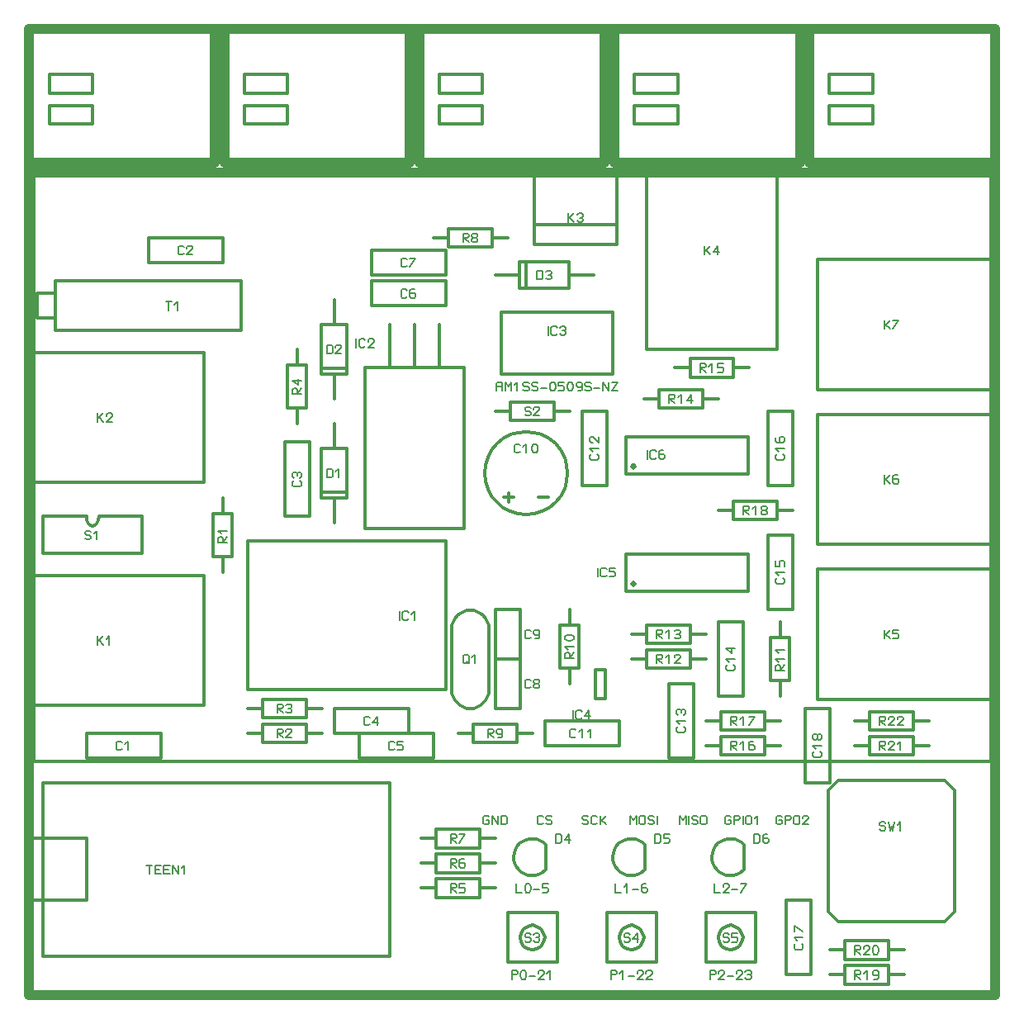
<source format=gto>
%FSLAX24Y24*%
%MOIN*%
%ADD10C,0.0060*%
%ADD11C,0.0139*%
%ADD12C,0.0394*%
D10*
G01X34702Y14571D02*
X34702Y14929D01*
X34702Y14690D02*
X34940Y14929D01*
X34762Y14750D02*
X34940Y14571D01*
X35060Y14929D02*
X35298Y14929D01*
X35060Y14929D02*
X35060Y14780D01*
X35238Y14780D01*
X35298Y14720D01*
X35298Y14631D01*
X35238Y14571D01*
X35060Y14571D01*
X6440Y30131D02*
X6381Y30071D01*
X6262Y30071D01*
X6202Y30131D01*
X6202Y30369D01*
X6262Y30429D01*
X6381Y30429D01*
X6440Y30369D01*
X6560Y30310D02*
X6560Y30369D01*
X6619Y30429D01*
X6738Y30429D01*
X6798Y30369D01*
X6798Y30310D01*
X6560Y30071D01*
X6798Y30071D01*
X20690Y29071D02*
X20690Y29429D01*
X20868Y29429D01*
X20928Y29369D01*
X20928Y29131D01*
X20868Y29071D01*
X20690Y29071D01*
X21047Y29369D02*
X21107Y29429D01*
X21226Y29429D01*
X21285Y29369D01*
X21285Y29310D01*
X21226Y29250D01*
X21136Y29250D01*
X21226Y29250D02*
X21285Y29190D01*
X21285Y29131D01*
X21226Y29071D01*
X21107Y29071D01*
X21047Y29131D01*
X22262Y10631D02*
X22202Y10571D01*
X22083Y10571D01*
X22024Y10631D01*
X22024Y10869D01*
X22083Y10929D01*
X22202Y10929D01*
X22262Y10869D01*
X22500Y10571D02*
X22500Y10929D01*
X22381Y10810D01*
X22857Y10571D02*
X22857Y10929D01*
X22738Y10810D01*
X30679Y13274D02*
X30321Y13274D01*
X30321Y13452D01*
X30381Y13512D01*
X30440Y13512D01*
X30500Y13452D01*
X30500Y13274D01*
X30679Y13512D01*
X30679Y13750D02*
X30321Y13750D01*
X30440Y13631D01*
X30679Y14107D02*
X30321Y14107D01*
X30440Y13988D01*
X21952Y31382D02*
X21952Y31740D01*
X21952Y31501D02*
X22190Y31740D01*
X22012Y31561D02*
X22190Y31382D01*
X22310Y31680D02*
X22369Y31740D01*
X22488Y31740D01*
X22548Y31680D01*
X22548Y31621D01*
X22488Y31561D01*
X22399Y31561D01*
X22488Y31561D02*
X22548Y31501D01*
X22548Y31442D01*
X22488Y31382D01*
X22369Y31382D01*
X22310Y31442D01*
X3940Y10131D02*
X3881Y10071D01*
X3762Y10071D01*
X3702Y10131D01*
X3702Y10369D01*
X3762Y10429D01*
X3881Y10429D01*
X3940Y10369D01*
X4179Y10071D02*
X4179Y10429D01*
X4060Y10310D01*
X28619Y13512D02*
X28679Y13452D01*
X28679Y13333D01*
X28619Y13274D01*
X28381Y13274D01*
X28321Y13333D01*
X28321Y13452D01*
X28381Y13512D01*
X28679Y13750D02*
X28321Y13750D01*
X28440Y13631D01*
X28679Y14167D02*
X28321Y14167D01*
X28560Y13988D01*
X28560Y14226D01*
X15440Y29631D02*
X15381Y29571D01*
X15262Y29571D01*
X15202Y29631D01*
X15202Y29869D01*
X15262Y29929D01*
X15381Y29929D01*
X15440Y29869D01*
X15560Y29929D02*
X15798Y29929D01*
X15560Y29571D01*
X13393Y26321D02*
X13393Y26679D01*
X13750Y26381D02*
X13690Y26321D01*
X13571Y26321D01*
X13512Y26381D01*
X13512Y26619D01*
X13571Y26679D01*
X13690Y26679D01*
X13750Y26619D01*
X13869Y26560D02*
X13869Y26619D01*
X13929Y26679D01*
X14048Y26679D01*
X14107Y26619D01*
X14107Y26560D01*
X13869Y26321D01*
X14107Y26321D01*
X30619Y22012D02*
X30679Y21952D01*
X30679Y21833D01*
X30619Y21774D01*
X30381Y21774D01*
X30321Y21833D01*
X30321Y21952D01*
X30381Y22012D01*
X30679Y22250D02*
X30321Y22250D01*
X30440Y22131D01*
X30321Y22667D02*
X30321Y22548D01*
X30381Y22488D01*
X30619Y22488D01*
X30679Y22548D01*
X30679Y22667D01*
X30619Y22726D01*
X30530Y22726D01*
X30470Y22667D01*
X30470Y22548D01*
X30530Y22488D01*
X11119Y20940D02*
X11179Y20881D01*
X11179Y20762D01*
X11119Y20702D01*
X10881Y20702D01*
X10821Y20762D01*
X10821Y20881D01*
X10881Y20940D01*
X10881Y21060D02*
X10821Y21119D01*
X10821Y21238D01*
X10881Y21298D01*
X10940Y21298D01*
X11000Y21238D01*
X11000Y21149D01*
X11000Y21238D02*
X11060Y21298D01*
X11119Y21298D01*
X11179Y21238D01*
X11179Y21119D01*
X11119Y21060D01*
X23119Y22012D02*
X23179Y21952D01*
X23179Y21833D01*
X23119Y21774D01*
X22881Y21774D01*
X22821Y21833D01*
X22821Y21952D01*
X22881Y22012D01*
X23179Y22250D02*
X22821Y22250D01*
X22940Y22131D01*
X22940Y22488D02*
X22881Y22488D01*
X22821Y22548D01*
X22821Y22667D01*
X22881Y22726D01*
X22940Y22726D01*
X23179Y22488D01*
X23179Y22726D01*
X30619Y17012D02*
X30679Y16952D01*
X30679Y16833D01*
X30619Y16774D01*
X30381Y16774D01*
X30321Y16833D01*
X30321Y16952D01*
X30381Y17012D01*
X30679Y17250D02*
X30321Y17250D01*
X30440Y17131D01*
X30321Y17488D02*
X30321Y17726D01*
X30321Y17488D02*
X30470Y17488D01*
X30470Y17667D01*
X30530Y17726D01*
X30619Y17726D01*
X30679Y17667D01*
X30679Y17488D01*
X34702Y20821D02*
X34702Y21179D01*
X34702Y20940D02*
X34940Y21179D01*
X34762Y21000D02*
X34940Y20821D01*
X35238Y21179D02*
X35119Y21179D01*
X35060Y21119D01*
X35060Y20881D01*
X35119Y20821D01*
X35238Y20821D01*
X35298Y20881D01*
X35298Y20970D01*
X35238Y21030D01*
X35119Y21030D01*
X35060Y20970D01*
X34702Y27071D02*
X34702Y27429D01*
X34702Y27190D02*
X34940Y27429D01*
X34762Y27250D02*
X34940Y27071D01*
X35060Y27429D02*
X35298Y27429D01*
X35060Y27071D01*
X27452Y30071D02*
X27452Y30429D01*
X27452Y30190D02*
X27690Y30429D01*
X27512Y30250D02*
X27690Y30071D01*
X27988Y30071D02*
X27988Y30429D01*
X27810Y30190D01*
X28048Y30190D01*
X27274Y25321D02*
X27274Y25679D01*
X27452Y25679D01*
X27512Y25619D01*
X27512Y25560D01*
X27452Y25500D01*
X27274Y25500D01*
X27512Y25321D01*
X27750Y25321D02*
X27750Y25679D01*
X27631Y25560D01*
X27988Y25679D02*
X28226Y25679D01*
X27988Y25679D02*
X27988Y25530D01*
X28167Y25530D01*
X28226Y25470D01*
X28226Y25381D01*
X28167Y25321D01*
X27988Y25321D01*
X26024Y24071D02*
X26024Y24429D01*
X26202Y24429D01*
X26262Y24369D01*
X26262Y24310D01*
X26202Y24250D01*
X26024Y24250D01*
X26262Y24071D01*
X26500Y24071D02*
X26500Y24429D01*
X26381Y24310D01*
X26917Y24071D02*
X26917Y24429D01*
X26738Y24190D01*
X26976Y24190D01*
X29024Y19571D02*
X29024Y19929D01*
X29202Y19929D01*
X29262Y19869D01*
X29262Y19810D01*
X29202Y19750D01*
X29024Y19750D01*
X29262Y19571D01*
X29500Y19571D02*
X29500Y19929D01*
X29381Y19810D01*
X29798Y19571D02*
X29738Y19631D01*
X29738Y19690D01*
X29798Y19750D01*
X29917Y19750D01*
X29976Y19810D01*
X29976Y19869D01*
X29917Y19929D01*
X29798Y19929D01*
X29738Y19869D01*
X29738Y19810D01*
X29798Y19750D01*
X29917Y19750D02*
X29976Y19690D01*
X29976Y19631D01*
X29917Y19571D01*
X29798Y19571D01*
X15440Y28381D02*
X15381Y28321D01*
X15262Y28321D01*
X15202Y28381D01*
X15202Y28619D01*
X15262Y28679D01*
X15381Y28679D01*
X15440Y28619D01*
X15738Y28679D02*
X15619Y28679D01*
X15560Y28619D01*
X15560Y28381D01*
X15619Y28321D01*
X15738Y28321D01*
X15798Y28381D01*
X15798Y28470D01*
X15738Y28530D01*
X15619Y28530D01*
X15560Y28470D01*
X23143Y17071D02*
X23143Y17429D01*
X23500Y17131D02*
X23440Y17071D01*
X23321Y17071D01*
X23262Y17131D01*
X23262Y17369D01*
X23321Y17429D01*
X23440Y17429D01*
X23500Y17369D01*
X23619Y17429D02*
X23857Y17429D01*
X23619Y17429D02*
X23619Y17280D01*
X23798Y17280D01*
X23857Y17220D01*
X23857Y17131D01*
X23798Y17071D01*
X23619Y17071D01*
X25143Y21821D02*
X25143Y22179D01*
X25500Y21881D02*
X25440Y21821D01*
X25321Y21821D01*
X25262Y21881D01*
X25262Y22119D01*
X25321Y22179D01*
X25440Y22179D01*
X25500Y22119D01*
X25798Y22179D02*
X25679Y22179D01*
X25619Y22119D01*
X25619Y21881D01*
X25679Y21821D01*
X25798Y21821D01*
X25857Y21881D01*
X25857Y21970D01*
X25798Y22030D01*
X25679Y22030D01*
X25619Y21970D01*
X5036Y5071D02*
X5036Y5429D01*
X4917Y5429D02*
X5155Y5429D01*
X5274Y5071D02*
X5274Y5429D01*
X5512Y5429D01*
X5452Y5250D02*
X5274Y5250D01*
X5274Y5071D02*
X5512Y5071D01*
X5631Y5071D02*
X5631Y5429D01*
X5869Y5429D01*
X5810Y5250D02*
X5631Y5250D01*
X5631Y5071D02*
X5869Y5071D01*
X5988Y5071D02*
X5988Y5429D01*
X6226Y5071D01*
X6226Y5429D01*
X6464Y5071D02*
X6464Y5429D01*
X6345Y5310D01*
X12202Y26071D02*
X12202Y26429D01*
X12381Y26429D01*
X12440Y26369D01*
X12440Y26131D01*
X12381Y26071D01*
X12202Y26071D01*
X12560Y26310D02*
X12560Y26369D01*
X12619Y26429D01*
X12738Y26429D01*
X12798Y26369D01*
X12798Y26310D01*
X12560Y26071D01*
X12798Y26071D01*
X12202Y21071D02*
X12202Y21429D01*
X12381Y21429D01*
X12440Y21369D01*
X12440Y21131D01*
X12381Y21071D01*
X12202Y21071D01*
X12679Y21071D02*
X12679Y21429D01*
X12560Y21310D01*
X11179Y24452D02*
X10821Y24452D01*
X10821Y24631D01*
X10881Y24690D01*
X10940Y24690D01*
X11000Y24631D01*
X11000Y24452D01*
X11179Y24690D01*
X11179Y24988D02*
X10821Y24988D01*
X11060Y24810D01*
X11060Y25048D01*
X5821Y27821D02*
X5821Y28179D01*
X5702Y28179D02*
X5940Y28179D01*
X6179Y27821D02*
X6179Y28179D01*
X6060Y28060D01*
X2952Y23321D02*
X2952Y23679D01*
X2952Y23440D02*
X3190Y23679D01*
X3012Y23500D02*
X3190Y23321D01*
X3310Y23560D02*
X3310Y23619D01*
X3369Y23679D01*
X3488Y23679D01*
X3548Y23619D01*
X3548Y23560D01*
X3310Y23321D01*
X3548Y23321D01*
X2952Y14321D02*
X2952Y14679D01*
X2952Y14440D02*
X3190Y14679D01*
X3012Y14500D02*
X3190Y14321D01*
X3429Y14321D02*
X3429Y14679D01*
X3310Y14560D01*
X17702Y30571D02*
X17702Y30929D01*
X17881Y30929D01*
X17940Y30869D01*
X17940Y30810D01*
X17881Y30750D01*
X17702Y30750D01*
X17940Y30571D01*
X18119Y30571D02*
X18060Y30631D01*
X18060Y30690D01*
X18119Y30750D01*
X18238Y30750D01*
X18298Y30810D01*
X18298Y30869D01*
X18238Y30929D01*
X18119Y30929D01*
X18060Y30869D01*
X18060Y30810D01*
X18119Y30750D01*
X18238Y30750D02*
X18298Y30690D01*
X18298Y30631D01*
X18238Y30571D01*
X18119Y30571D01*
X2452Y18631D02*
X2512Y18571D01*
X2631Y18571D01*
X2690Y18631D01*
X2690Y18690D01*
X2631Y18750D01*
X2512Y18750D01*
X2631Y18929D02*
X2690Y18869D01*
X2512Y18929D02*
X2631Y18929D01*
X2452Y18869D02*
X2512Y18929D01*
X2452Y18810D02*
X2452Y18869D01*
X2512Y18750D02*
X2452Y18810D01*
X2929Y18571D02*
X2929Y18929D01*
X2810Y18810D01*
X8179Y18452D02*
X7821Y18452D01*
X7821Y18631D01*
X7881Y18690D01*
X7940Y18690D01*
X8000Y18631D01*
X8000Y18452D01*
X8179Y18690D01*
X8179Y18929D02*
X7821Y18929D01*
X7940Y18810D01*
X15143Y15321D02*
X15143Y15679D01*
X15500Y15381D02*
X15440Y15321D01*
X15321Y15321D01*
X15262Y15381D01*
X15262Y15619D01*
X15321Y15679D01*
X15440Y15679D01*
X15500Y15619D01*
X15738Y15321D02*
X15738Y15679D01*
X15619Y15560D01*
X22143Y11321D02*
X22143Y11679D01*
X22500Y11381D02*
X22440Y11321D01*
X22321Y11321D01*
X22262Y11381D01*
X22262Y11619D01*
X22321Y11679D01*
X22440Y11679D01*
X22500Y11619D01*
X22798Y11321D02*
X22798Y11679D01*
X22619Y11440D01*
X22857Y11440D01*
X25524Y13571D02*
X25524Y13929D01*
X25702Y13929D01*
X25762Y13869D01*
X25762Y13810D01*
X25702Y13750D01*
X25524Y13750D01*
X25762Y13571D01*
X26000Y13571D02*
X26000Y13929D01*
X25881Y13810D01*
X26238Y13810D02*
X26238Y13869D01*
X26298Y13929D01*
X26417Y13929D01*
X26476Y13869D01*
X26476Y13810D01*
X26238Y13571D01*
X26476Y13571D01*
X25524Y14571D02*
X25524Y14929D01*
X25702Y14929D01*
X25762Y14869D01*
X25762Y14810D01*
X25702Y14750D01*
X25524Y14750D01*
X25762Y14571D01*
X26000Y14571D02*
X26000Y14929D01*
X25881Y14810D01*
X26238Y14869D02*
X26298Y14929D01*
X26417Y14929D01*
X26476Y14869D01*
X26476Y14810D01*
X26417Y14750D01*
X26327Y14750D01*
X26417Y14750D02*
X26476Y14690D01*
X26476Y14631D01*
X26417Y14571D01*
X26298Y14571D01*
X26238Y14631D01*
X20440Y12631D02*
X20381Y12571D01*
X20262Y12571D01*
X20202Y12631D01*
X20202Y12869D01*
X20262Y12929D01*
X20381Y12929D01*
X20440Y12869D01*
X20619Y12571D02*
X20560Y12631D01*
X20560Y12690D01*
X20619Y12750D01*
X20738Y12750D01*
X20798Y12810D01*
X20798Y12869D01*
X20738Y12929D01*
X20619Y12929D01*
X20560Y12869D01*
X20560Y12810D01*
X20619Y12750D01*
X20738Y12750D02*
X20798Y12690D01*
X20798Y12631D01*
X20738Y12571D01*
X20619Y12571D01*
X20440Y14631D02*
X20381Y14571D01*
X20262Y14571D01*
X20202Y14631D01*
X20202Y14869D01*
X20262Y14929D01*
X20381Y14929D01*
X20440Y14869D01*
X20619Y14571D02*
X20738Y14571D01*
X20798Y14631D01*
X20798Y14869D01*
X20738Y14929D01*
X20619Y14929D01*
X20560Y14869D01*
X20560Y14780D01*
X20619Y14720D01*
X20738Y14720D01*
X20798Y14780D01*
X17702Y13631D02*
X17702Y13869D01*
X17762Y13929D01*
X17881Y13929D01*
X17940Y13869D01*
X17940Y13631D01*
X17881Y13571D01*
X17762Y13571D01*
X17702Y13631D01*
X17851Y13661D02*
X17940Y13571D01*
X18179Y13571D02*
X18179Y13929D01*
X18060Y13810D01*
X14940Y10131D02*
X14881Y10071D01*
X14762Y10071D01*
X14702Y10131D01*
X14702Y10369D01*
X14762Y10429D01*
X14881Y10429D01*
X14940Y10369D01*
X15060Y10429D02*
X15298Y10429D01*
X15060Y10429D02*
X15060Y10280D01*
X15238Y10280D01*
X15298Y10220D01*
X15298Y10131D01*
X15238Y10071D01*
X15060Y10071D01*
X22179Y13774D02*
X21821Y13774D01*
X21821Y13952D01*
X21881Y14012D01*
X21940Y14012D01*
X22000Y13952D01*
X22000Y13774D01*
X22179Y14012D01*
X22179Y14250D02*
X21821Y14250D01*
X21940Y14131D01*
X22179Y14548D02*
X22060Y14488D01*
X21940Y14488D01*
X21821Y14548D01*
X21821Y14667D01*
X21940Y14726D01*
X22060Y14726D01*
X22179Y14667D01*
X22179Y14548D01*
X18702Y10571D02*
X18702Y10929D01*
X18881Y10929D01*
X18940Y10869D01*
X18940Y10810D01*
X18881Y10750D01*
X18702Y10750D01*
X18940Y10571D01*
X19119Y10571D02*
X19238Y10571D01*
X19298Y10631D01*
X19298Y10869D01*
X19238Y10929D01*
X19119Y10929D01*
X19060Y10869D01*
X19060Y10780D01*
X19119Y10720D01*
X19238Y10720D01*
X19298Y10780D01*
X10202Y10571D02*
X10202Y10929D01*
X10381Y10929D01*
X10440Y10869D01*
X10440Y10810D01*
X10381Y10750D01*
X10202Y10750D01*
X10440Y10571D01*
X10560Y10810D02*
X10560Y10869D01*
X10619Y10929D01*
X10738Y10929D01*
X10798Y10869D01*
X10798Y10810D01*
X10560Y10571D01*
X10798Y10571D01*
X10202Y11571D02*
X10202Y11929D01*
X10381Y11929D01*
X10440Y11869D01*
X10440Y11810D01*
X10381Y11750D01*
X10202Y11750D01*
X10440Y11571D01*
X10560Y11869D02*
X10619Y11929D01*
X10738Y11929D01*
X10798Y11869D01*
X10798Y11810D01*
X10738Y11750D01*
X10649Y11750D01*
X10738Y11750D02*
X10798Y11690D01*
X10798Y11631D01*
X10738Y11571D01*
X10619Y11571D01*
X10560Y11631D01*
X13940Y11131D02*
X13881Y11071D01*
X13762Y11071D01*
X13702Y11131D01*
X13702Y11369D01*
X13762Y11429D01*
X13881Y11429D01*
X13940Y11369D01*
X14238Y11071D02*
X14238Y11429D01*
X14060Y11190D01*
X14298Y11190D01*
X21143Y26821D02*
X21143Y27179D01*
X21500Y26881D02*
X21440Y26821D01*
X21321Y26821D01*
X21262Y26881D01*
X21262Y27119D01*
X21321Y27179D01*
X21440Y27179D01*
X21500Y27119D01*
X21619Y27119D02*
X21679Y27179D01*
X21798Y27179D01*
X21857Y27119D01*
X21857Y27060D01*
X21798Y27000D01*
X21708Y27000D01*
X21798Y27000D02*
X21857Y26940D01*
X21857Y26881D01*
X21798Y26821D01*
X21679Y26821D01*
X21619Y26881D01*
X20202Y23631D02*
X20262Y23571D01*
X20381Y23571D01*
X20440Y23631D01*
X20440Y23690D01*
X20381Y23750D01*
X20262Y23750D01*
X20381Y23929D02*
X20440Y23869D01*
X20262Y23929D02*
X20381Y23929D01*
X20202Y23869D02*
X20262Y23929D01*
X20202Y23810D02*
X20202Y23869D01*
X20262Y23750D02*
X20202Y23810D01*
X20560Y23810D02*
X20560Y23869D01*
X20619Y23929D01*
X20738Y23929D01*
X20798Y23869D01*
X20798Y23810D01*
X20560Y23571D01*
X20798Y23571D01*
X20012Y22131D02*
X19952Y22071D01*
X19833Y22071D01*
X19774Y22131D01*
X19774Y22369D01*
X19833Y22429D01*
X19952Y22429D01*
X20012Y22369D01*
X20250Y22071D02*
X20250Y22429D01*
X20131Y22310D01*
X20548Y22071D02*
X20488Y22190D01*
X20488Y22310D01*
X20548Y22429D01*
X20667Y22429D01*
X20726Y22310D01*
X20726Y22190D01*
X20667Y22071D01*
X20548Y22071D01*
X29452Y6321D02*
X29452Y6679D01*
X29631Y6679D01*
X29690Y6619D01*
X29690Y6381D01*
X29631Y6321D01*
X29452Y6321D01*
X29988Y6679D02*
X29869Y6679D01*
X29810Y6619D01*
X29810Y6381D01*
X29869Y6321D01*
X29988Y6321D01*
X30048Y6381D01*
X30048Y6470D01*
X29988Y6530D01*
X29869Y6530D01*
X29810Y6470D01*
X25452Y6321D02*
X25452Y6679D01*
X25631Y6679D01*
X25690Y6619D01*
X25690Y6381D01*
X25631Y6321D01*
X25452Y6321D01*
X25810Y6679D02*
X26048Y6679D01*
X25810Y6679D02*
X25810Y6530D01*
X25988Y6530D01*
X26048Y6470D01*
X26048Y6381D01*
X25988Y6321D01*
X25810Y6321D01*
X21452Y6321D02*
X21452Y6679D01*
X21631Y6679D01*
X21690Y6619D01*
X21690Y6381D01*
X21631Y6321D01*
X21452Y6321D01*
X21988Y6321D02*
X21988Y6679D01*
X21810Y6440D01*
X22048Y6440D01*
X17202Y5321D02*
X17202Y5679D01*
X17381Y5679D01*
X17440Y5619D01*
X17440Y5560D01*
X17381Y5500D01*
X17202Y5500D01*
X17440Y5321D01*
X17738Y5679D02*
X17619Y5679D01*
X17560Y5619D01*
X17560Y5381D01*
X17619Y5321D01*
X17738Y5321D01*
X17798Y5381D01*
X17798Y5470D01*
X17738Y5530D01*
X17619Y5530D01*
X17560Y5470D01*
X17202Y6321D02*
X17202Y6679D01*
X17381Y6679D01*
X17440Y6619D01*
X17440Y6560D01*
X17381Y6500D01*
X17202Y6500D01*
X17440Y6321D01*
X17560Y6679D02*
X17798Y6679D01*
X17560Y6321D01*
X17202Y4321D02*
X17202Y4679D01*
X17381Y4679D01*
X17440Y4619D01*
X17440Y4560D01*
X17381Y4500D01*
X17202Y4500D01*
X17440Y4321D01*
X17560Y4679D02*
X17798Y4679D01*
X17560Y4679D02*
X17560Y4530D01*
X17738Y4530D01*
X17798Y4470D01*
X17798Y4381D01*
X17738Y4321D01*
X17560Y4321D01*
X20202Y2381D02*
X20262Y2321D01*
X20381Y2321D01*
X20440Y2381D01*
X20440Y2440D01*
X20381Y2500D01*
X20262Y2500D01*
X20381Y2679D02*
X20440Y2619D01*
X20262Y2679D02*
X20381Y2679D01*
X20202Y2619D02*
X20262Y2679D01*
X20202Y2560D02*
X20202Y2619D01*
X20262Y2500D02*
X20202Y2560D01*
X20560Y2619D02*
X20619Y2679D01*
X20738Y2679D01*
X20798Y2619D01*
X20798Y2560D01*
X20738Y2500D01*
X20649Y2500D01*
X20738Y2500D02*
X20798Y2440D01*
X20798Y2381D01*
X20738Y2321D01*
X20619Y2321D01*
X20560Y2381D01*
X24202Y2381D02*
X24262Y2321D01*
X24381Y2321D01*
X24440Y2381D01*
X24440Y2440D01*
X24381Y2500D01*
X24262Y2500D01*
X24381Y2679D02*
X24440Y2619D01*
X24262Y2679D02*
X24381Y2679D01*
X24202Y2619D02*
X24262Y2679D01*
X24202Y2560D02*
X24202Y2619D01*
X24262Y2500D02*
X24202Y2560D01*
X24738Y2321D02*
X24738Y2679D01*
X24560Y2440D01*
X24798Y2440D01*
X28202Y2381D02*
X28262Y2321D01*
X28381Y2321D01*
X28440Y2381D01*
X28440Y2440D01*
X28381Y2500D01*
X28262Y2500D01*
X28381Y2679D02*
X28440Y2619D01*
X28262Y2679D02*
X28381Y2679D01*
X28202Y2619D02*
X28262Y2679D01*
X28202Y2560D02*
X28202Y2619D01*
X28262Y2500D02*
X28202Y2560D01*
X28560Y2679D02*
X28798Y2679D01*
X28560Y2679D02*
X28560Y2530D01*
X28738Y2530D01*
X28798Y2470D01*
X28798Y2381D01*
X28738Y2321D01*
X28560Y2321D01*
X34524Y6881D02*
X34583Y6821D01*
X34702Y6821D01*
X34762Y6881D01*
X34762Y6940D01*
X34702Y7000D01*
X34583Y7000D01*
X34702Y7179D02*
X34762Y7119D01*
X34583Y7179D02*
X34702Y7179D01*
X34524Y7119D02*
X34583Y7179D01*
X34524Y7060D02*
X34524Y7119D01*
X34583Y7000D02*
X34524Y7060D01*
X34881Y7179D02*
X34940Y6821D01*
X35000Y7000D01*
X35060Y6821D01*
X35119Y7179D01*
X35357Y6821D02*
X35357Y7179D01*
X35238Y7060D01*
X33524Y1821D02*
X33524Y2179D01*
X33702Y2179D01*
X33762Y2119D01*
X33762Y2060D01*
X33702Y2000D01*
X33524Y2000D01*
X33762Y1821D01*
X33881Y2060D02*
X33881Y2119D01*
X33940Y2179D01*
X34060Y2179D01*
X34119Y2119D01*
X34119Y2060D01*
X33881Y1821D01*
X34119Y1821D01*
X34298Y1821D02*
X34238Y1940D01*
X34238Y2060D01*
X34298Y2179D01*
X34417Y2179D01*
X34476Y2060D01*
X34476Y1940D01*
X34417Y1821D01*
X34298Y1821D01*
X33524Y821D02*
X33524Y1179D01*
X33702Y1179D01*
X33762Y1119D01*
X33762Y1060D01*
X33702Y1000D01*
X33524Y1000D01*
X33762Y821D01*
X34000Y821D02*
X34000Y1179D01*
X33881Y1060D01*
X34298Y821D02*
X34417Y821D01*
X34476Y881D01*
X34476Y1119D01*
X34417Y1179D01*
X34298Y1179D01*
X34238Y1119D01*
X34238Y1030D01*
X34298Y970D01*
X34417Y970D01*
X34476Y1030D01*
X31369Y2262D02*
X31429Y2202D01*
X31429Y2083D01*
X31369Y2024D01*
X31131Y2024D01*
X31071Y2083D01*
X31071Y2202D01*
X31131Y2262D01*
X31429Y2500D02*
X31071Y2500D01*
X31190Y2381D01*
X31071Y2738D02*
X31071Y2976D01*
X31429Y2738D01*
X34524Y11071D02*
X34524Y11429D01*
X34702Y11429D01*
X34762Y11369D01*
X34762Y11310D01*
X34702Y11250D01*
X34524Y11250D01*
X34762Y11071D01*
X34881Y11310D02*
X34881Y11369D01*
X34940Y11429D01*
X35060Y11429D01*
X35119Y11369D01*
X35119Y11310D01*
X34881Y11071D01*
X35119Y11071D01*
X35238Y11310D02*
X35238Y11369D01*
X35298Y11429D01*
X35417Y11429D01*
X35476Y11369D01*
X35476Y11310D01*
X35238Y11071D01*
X35476Y11071D01*
X34524Y10071D02*
X34524Y10429D01*
X34702Y10429D01*
X34762Y10369D01*
X34762Y10310D01*
X34702Y10250D01*
X34524Y10250D01*
X34762Y10071D01*
X34881Y10310D02*
X34881Y10369D01*
X34940Y10429D01*
X35060Y10429D01*
X35119Y10369D01*
X35119Y10310D01*
X34881Y10071D01*
X35119Y10071D01*
X35357Y10071D02*
X35357Y10429D01*
X35238Y10310D01*
X32119Y10012D02*
X32179Y9952D01*
X32179Y9833D01*
X32119Y9774D01*
X31881Y9774D01*
X31821Y9833D01*
X31821Y9952D01*
X31881Y10012D01*
X32179Y10250D02*
X31821Y10250D01*
X31940Y10131D01*
X32179Y10548D02*
X32119Y10488D01*
X32060Y10488D01*
X32000Y10548D01*
X32000Y10667D01*
X31940Y10726D01*
X31881Y10726D01*
X31821Y10667D01*
X31821Y10548D01*
X31881Y10488D01*
X31940Y10488D01*
X32000Y10548D01*
X32000Y10667D02*
X32060Y10726D01*
X32119Y10726D01*
X32179Y10667D01*
X32179Y10548D01*
X28524Y10071D02*
X28524Y10429D01*
X28702Y10429D01*
X28762Y10369D01*
X28762Y10310D01*
X28702Y10250D01*
X28524Y10250D01*
X28762Y10071D01*
X29000Y10071D02*
X29000Y10429D01*
X28881Y10310D01*
X29417Y10429D02*
X29298Y10429D01*
X29238Y10369D01*
X29238Y10131D01*
X29298Y10071D01*
X29417Y10071D01*
X29476Y10131D01*
X29476Y10220D01*
X29417Y10280D01*
X29298Y10280D01*
X29238Y10220D01*
X28524Y11071D02*
X28524Y11429D01*
X28702Y11429D01*
X28762Y11369D01*
X28762Y11310D01*
X28702Y11250D01*
X28524Y11250D01*
X28762Y11071D01*
X29000Y11071D02*
X29000Y11429D01*
X28881Y11310D01*
X29238Y11429D02*
X29476Y11429D01*
X29238Y11071D01*
X26619Y11012D02*
X26679Y10952D01*
X26679Y10833D01*
X26619Y10774D01*
X26381Y10774D01*
X26321Y10833D01*
X26321Y10952D01*
X26381Y11012D01*
X26679Y11250D02*
X26321Y11250D01*
X26440Y11131D01*
X26381Y11488D02*
X26321Y11548D01*
X26321Y11667D01*
X26381Y11726D01*
X26440Y11726D01*
X26500Y11667D01*
X26500Y11577D01*
X26500Y11667D02*
X26560Y11726D01*
X26619Y11726D01*
X26679Y11667D01*
X26679Y11548D01*
X26619Y11488D01*
X30464Y7250D02*
X30583Y7250D01*
X30583Y7131D01*
X30524Y7071D01*
X30405Y7071D01*
X30345Y7131D01*
X30345Y7369D01*
X30405Y7429D01*
X30524Y7429D01*
X30583Y7369D01*
X30702Y7071D02*
X30702Y7429D01*
X30881Y7429D01*
X30940Y7369D01*
X30940Y7310D01*
X30881Y7250D01*
X30702Y7250D01*
X31060Y7131D02*
X31060Y7369D01*
X31119Y7429D01*
X31238Y7429D01*
X31298Y7369D01*
X31298Y7131D01*
X31238Y7071D01*
X31119Y7071D01*
X31060Y7131D01*
X31417Y7310D02*
X31417Y7369D01*
X31476Y7429D01*
X31595Y7429D01*
X31655Y7369D01*
X31655Y7310D01*
X31417Y7071D01*
X31655Y7071D01*
X18643Y7250D02*
X18762Y7250D01*
X18762Y7131D01*
X18702Y7071D01*
X18583Y7071D01*
X18524Y7131D01*
X18524Y7369D01*
X18583Y7429D01*
X18702Y7429D01*
X18762Y7369D01*
X18881Y7071D02*
X18881Y7429D01*
X19119Y7071D01*
X19119Y7429D01*
X19238Y7071D02*
X19238Y7429D01*
X19417Y7429D01*
X19476Y7369D01*
X19476Y7131D01*
X19417Y7071D01*
X19238Y7071D01*
X28405Y7250D02*
X28524Y7250D01*
X28524Y7131D01*
X28464Y7071D01*
X28345Y7071D01*
X28286Y7131D01*
X28286Y7369D01*
X28345Y7429D01*
X28464Y7429D01*
X28524Y7369D01*
X28643Y7071D02*
X28643Y7429D01*
X28821Y7429D01*
X28881Y7369D01*
X28881Y7310D01*
X28821Y7250D01*
X28643Y7250D01*
X29000Y7071D02*
X29000Y7429D01*
X29119Y7131D02*
X29119Y7369D01*
X29179Y7429D01*
X29298Y7429D01*
X29357Y7369D01*
X29357Y7131D01*
X29298Y7071D01*
X29179Y7071D01*
X29119Y7131D01*
X29595Y7071D02*
X29595Y7429D01*
X29476Y7310D01*
X19060Y24571D02*
X19060Y24869D01*
X19119Y24929D01*
X19238Y24929D01*
X19298Y24869D01*
X19298Y24571D01*
X19060Y24750D02*
X19298Y24750D01*
X19417Y24571D02*
X19417Y24929D01*
X19536Y24750D01*
X19655Y24929D01*
X19655Y24571D01*
X19893Y24571D02*
X19893Y24929D01*
X19774Y24810D01*
X20131Y24631D02*
X20190Y24571D01*
X20310Y24571D01*
X20369Y24631D01*
X20369Y24690D01*
X20310Y24750D01*
X20190Y24750D01*
X20310Y24929D02*
X20369Y24869D01*
X20190Y24929D02*
X20310Y24929D01*
X20131Y24869D02*
X20190Y24929D01*
X20131Y24810D02*
X20131Y24869D01*
X20190Y24750D02*
X20131Y24810D01*
X20488Y24631D02*
X20548Y24571D01*
X20667Y24571D01*
X20726Y24631D01*
X20726Y24690D01*
X20667Y24750D01*
X20548Y24750D01*
X20667Y24929D02*
X20726Y24869D01*
X20548Y24929D02*
X20667Y24929D01*
X20488Y24869D02*
X20548Y24929D01*
X20488Y24810D02*
X20488Y24869D01*
X20548Y24750D02*
X20488Y24810D01*
X20845Y24690D02*
X21083Y24690D01*
X21262Y24571D02*
X21202Y24690D01*
X21202Y24810D01*
X21262Y24929D01*
X21381Y24929D01*
X21440Y24810D01*
X21440Y24690D01*
X21381Y24571D01*
X21262Y24571D01*
X21560Y24929D02*
X21798Y24929D01*
X21560Y24929D02*
X21560Y24780D01*
X21738Y24780D01*
X21798Y24720D01*
X21798Y24631D01*
X21738Y24571D01*
X21560Y24571D01*
X21976Y24571D02*
X21917Y24690D01*
X21917Y24810D01*
X21976Y24929D01*
X22095Y24929D01*
X22155Y24810D01*
X22155Y24690D01*
X22095Y24571D01*
X21976Y24571D01*
X22333Y24571D02*
X22452Y24571D01*
X22512Y24631D01*
X22512Y24869D01*
X22452Y24929D01*
X22333Y24929D01*
X22274Y24869D01*
X22274Y24780D01*
X22333Y24720D01*
X22452Y24720D01*
X22512Y24780D01*
X22631Y24631D02*
X22690Y24571D01*
X22810Y24571D01*
X22869Y24631D01*
X22869Y24690D01*
X22810Y24750D01*
X22690Y24750D01*
X22810Y24929D02*
X22869Y24869D01*
X22690Y24929D02*
X22810Y24929D01*
X22631Y24869D02*
X22690Y24929D01*
X22631Y24810D02*
X22631Y24869D01*
X22690Y24750D02*
X22631Y24810D01*
X22988Y24690D02*
X23226Y24690D01*
X23345Y24571D02*
X23345Y24929D01*
X23583Y24571D01*
X23583Y24929D01*
X23702Y24929D02*
X23940Y24929D01*
X23702Y24571D01*
X23940Y24571D01*
X27845Y4679D02*
X27845Y4321D01*
X28083Y4321D01*
X28202Y4560D02*
X28202Y4619D01*
X28262Y4679D01*
X28381Y4679D01*
X28440Y4619D01*
X28440Y4560D01*
X28202Y4321D01*
X28440Y4321D01*
X28560Y4440D02*
X28798Y4440D01*
X28917Y4679D02*
X29155Y4679D01*
X28917Y4321D01*
X23845Y4679D02*
X23845Y4321D01*
X24083Y4321D01*
X24321Y4321D02*
X24321Y4679D01*
X24202Y4560D01*
X24560Y4440D02*
X24798Y4440D01*
X25095Y4679D02*
X24976Y4679D01*
X24917Y4619D01*
X24917Y4381D01*
X24976Y4321D01*
X25095Y4321D01*
X25155Y4381D01*
X25155Y4470D01*
X25095Y4530D01*
X24976Y4530D01*
X24917Y4470D01*
X19845Y4679D02*
X19845Y4321D01*
X20083Y4321D01*
X20262Y4321D02*
X20202Y4440D01*
X20202Y4560D01*
X20262Y4679D01*
X20381Y4679D01*
X20440Y4560D01*
X20440Y4440D01*
X20381Y4321D01*
X20262Y4321D01*
X20560Y4440D02*
X20798Y4440D01*
X20917Y4679D02*
X21155Y4679D01*
X20917Y4679D02*
X20917Y4530D01*
X21095Y4530D01*
X21155Y4470D01*
X21155Y4381D01*
X21095Y4321D01*
X20917Y4321D01*
X19667Y821D02*
X19667Y1179D01*
X19845Y1179D01*
X19905Y1119D01*
X19905Y1060D01*
X19845Y1000D01*
X19667Y1000D01*
X20083Y821D02*
X20024Y940D01*
X20024Y1060D01*
X20083Y1179D01*
X20202Y1179D01*
X20262Y1060D01*
X20262Y940D01*
X20202Y821D01*
X20083Y821D01*
X20381Y940D02*
X20619Y940D01*
X20738Y1060D02*
X20738Y1119D01*
X20798Y1179D01*
X20917Y1179D01*
X20976Y1119D01*
X20976Y1060D01*
X20738Y821D01*
X20976Y821D01*
X21214Y821D02*
X21214Y1179D01*
X21095Y1060D01*
X23667Y821D02*
X23667Y1179D01*
X23845Y1179D01*
X23905Y1119D01*
X23905Y1060D01*
X23845Y1000D01*
X23667Y1000D01*
X24143Y821D02*
X24143Y1179D01*
X24024Y1060D01*
X24381Y940D02*
X24619Y940D01*
X24738Y1060D02*
X24738Y1119D01*
X24798Y1179D01*
X24917Y1179D01*
X24976Y1119D01*
X24976Y1060D01*
X24738Y821D01*
X24976Y821D01*
X25095Y1060D02*
X25095Y1119D01*
X25155Y1179D01*
X25274Y1179D01*
X25333Y1119D01*
X25333Y1060D01*
X25095Y821D01*
X25333Y821D01*
X27667Y821D02*
X27667Y1179D01*
X27845Y1179D01*
X27905Y1119D01*
X27905Y1060D01*
X27845Y1000D01*
X27667Y1000D01*
X28024Y1060D02*
X28024Y1119D01*
X28083Y1179D01*
X28202Y1179D01*
X28262Y1119D01*
X28262Y1060D01*
X28024Y821D01*
X28262Y821D01*
X28381Y940D02*
X28619Y940D01*
X28738Y1060D02*
X28738Y1119D01*
X28798Y1179D01*
X28917Y1179D01*
X28976Y1119D01*
X28976Y1060D01*
X28738Y821D01*
X28976Y821D01*
X29095Y1119D02*
X29155Y1179D01*
X29274Y1179D01*
X29333Y1119D01*
X29333Y1060D01*
X29274Y1000D01*
X29185Y1000D01*
X29274Y1000D02*
X29333Y940D01*
X29333Y881D01*
X29274Y821D01*
X29155Y821D01*
X29095Y881D01*
X20940Y7131D02*
X20881Y7071D01*
X20762Y7071D01*
X20702Y7131D01*
X20702Y7369D01*
X20762Y7429D01*
X20881Y7429D01*
X20940Y7369D01*
X21060Y7131D02*
X21119Y7071D01*
X21238Y7071D01*
X21298Y7131D01*
X21298Y7190D01*
X21238Y7250D01*
X21119Y7250D01*
X21238Y7429D02*
X21298Y7369D01*
X21119Y7429D02*
X21238Y7429D01*
X21060Y7369D02*
X21119Y7429D01*
X21060Y7310D02*
X21060Y7369D01*
X21119Y7250D02*
X21060Y7310D01*
X26464Y7071D02*
X26464Y7429D01*
X26583Y7250D01*
X26702Y7429D01*
X26702Y7071D01*
X26821Y7071D02*
X26821Y7429D01*
X26940Y7131D02*
X27000Y7071D01*
X27119Y7071D01*
X27179Y7131D01*
X27179Y7190D01*
X27119Y7250D01*
X27000Y7250D01*
X27119Y7429D02*
X27179Y7369D01*
X27000Y7429D02*
X27119Y7429D01*
X26940Y7369D02*
X27000Y7429D01*
X26940Y7310D02*
X26940Y7369D01*
X27000Y7250D02*
X26940Y7310D01*
X27298Y7131D02*
X27298Y7369D01*
X27357Y7429D01*
X27476Y7429D01*
X27536Y7369D01*
X27536Y7131D01*
X27476Y7071D01*
X27357Y7071D01*
X27298Y7131D01*
X24464Y7071D02*
X24464Y7429D01*
X24583Y7250D01*
X24702Y7429D01*
X24702Y7071D01*
X24821Y7131D02*
X24821Y7369D01*
X24881Y7429D01*
X25000Y7429D01*
X25060Y7369D01*
X25060Y7131D01*
X25000Y7071D01*
X24881Y7071D01*
X24821Y7131D01*
X25179Y7131D02*
X25238Y7071D01*
X25357Y7071D01*
X25417Y7131D01*
X25417Y7190D01*
X25357Y7250D01*
X25238Y7250D01*
X25357Y7429D02*
X25417Y7369D01*
X25238Y7429D02*
X25357Y7429D01*
X25179Y7369D02*
X25238Y7429D01*
X25179Y7310D02*
X25179Y7369D01*
X25238Y7250D02*
X25179Y7310D01*
X25536Y7071D02*
X25536Y7429D01*
X22524Y7131D02*
X22583Y7071D01*
X22702Y7071D01*
X22762Y7131D01*
X22762Y7190D01*
X22702Y7250D01*
X22583Y7250D01*
X22702Y7429D02*
X22762Y7369D01*
X22583Y7429D02*
X22702Y7429D01*
X22524Y7369D02*
X22583Y7429D01*
X22524Y7310D02*
X22524Y7369D01*
X22583Y7250D02*
X22524Y7310D01*
X23119Y7131D02*
X23060Y7071D01*
X22940Y7071D01*
X22881Y7131D01*
X22881Y7369D01*
X22940Y7429D01*
X23060Y7429D01*
X23119Y7369D01*
X23238Y7071D02*
X23238Y7429D01*
X23238Y7190D02*
X23476Y7429D01*
X23298Y7250D02*
X23476Y7071D01*
D11*
G01X39125Y17375D02*
X32000Y17375D01*
X39125Y12125D02*
X32000Y12125D01*
X32000Y17375D02*
X32000Y12125D01*
X39125Y17375D02*
X39125Y12125D01*
X5000Y30750D02*
X8000Y30750D01*
X5000Y29750D02*
X8000Y29750D01*
X8000Y30750D02*
X8000Y29750D01*
X5000Y30750D02*
X5000Y29750D01*
X22987Y29250D02*
X21987Y29250D01*
X21987Y28725D02*
X21987Y29775D01*
X19012Y29250D02*
X19987Y29250D01*
X19987Y28725D02*
X19987Y29775D01*
X21987Y28725D02*
X19987Y28725D01*
X21987Y29775D02*
X19987Y29775D01*
X20237Y28725D02*
X20237Y29775D01*
X24000Y10250D02*
X21000Y10250D01*
X24000Y11250D02*
X21000Y11250D01*
X21000Y10250D02*
X21000Y11250D01*
X24000Y10250D02*
X24000Y11250D01*
X30875Y12875D02*
X30875Y14625D01*
X30500Y12250D02*
X30500Y12875D01*
X30125Y12875D02*
X30875Y12875D01*
X30125Y12875D02*
X30125Y14625D01*
X30875Y14625D01*
X30500Y15250D02*
X30500Y14625D01*
X20577Y33234D02*
X23923Y33234D01*
X20577Y31266D02*
X23923Y31266D01*
X20577Y33234D02*
X20577Y30478D01*
X23923Y33234D02*
X23923Y30478D01*
X20577Y30478D02*
X23923Y30478D01*
X2500Y10750D02*
X5500Y10750D01*
X2500Y9750D02*
X5500Y9750D01*
X5500Y10750D02*
X5500Y9750D01*
X2500Y10750D02*
X2500Y9750D01*
X28000Y12250D02*
X28000Y15250D01*
X29000Y12250D02*
X29000Y15250D01*
X28000Y15250D02*
X29000Y15250D01*
X28000Y12250D02*
X29000Y12250D01*
X14000Y30250D02*
X17000Y30250D01*
X14000Y29250D02*
X17000Y29250D01*
X17000Y30250D02*
X17000Y29250D01*
X14000Y30250D02*
X14000Y29250D01*
X16750Y25500D02*
X16750Y27250D01*
X15750Y25500D02*
X15750Y27250D01*
X14750Y25500D02*
X14750Y27250D01*
X17750Y19000D02*
X17750Y25500D01*
X13750Y19000D02*
X13750Y25500D01*
X17750Y19000D02*
X13750Y19000D01*
X17750Y25500D02*
X13750Y25500D01*
X31000Y23750D02*
X31000Y20750D01*
X30000Y23750D02*
X30000Y20750D01*
X31000Y20750D02*
X30000Y20750D01*
X31000Y23750D02*
X30000Y23750D01*
X11500Y22500D02*
X11500Y19500D01*
X10500Y22500D02*
X10500Y19500D01*
X11500Y19500D02*
X10500Y19500D01*
X11500Y22500D02*
X10500Y22500D01*
X23500Y23750D02*
X23500Y20750D01*
X22500Y23750D02*
X22500Y20750D01*
X23500Y20750D02*
X22500Y20750D01*
X23500Y23750D02*
X22500Y23750D01*
X31000Y18750D02*
X31000Y15750D01*
X30000Y18750D02*
X30000Y15750D01*
X31000Y15750D02*
X30000Y15750D01*
X31000Y18750D02*
X30000Y18750D01*
X39125Y23625D02*
X32000Y23625D01*
X39125Y18375D02*
X32000Y18375D01*
X32000Y23625D02*
X32000Y18375D01*
X39125Y23625D02*
X39125Y18375D01*
X39125Y29875D02*
X32000Y29875D01*
X39125Y24625D02*
X32000Y24625D01*
X32000Y29875D02*
X32000Y24625D01*
X39125Y29875D02*
X39125Y24625D01*
X25125Y33375D02*
X25125Y26250D01*
X30375Y33375D02*
X30375Y26250D01*
X25125Y26250D02*
X30375Y26250D01*
X25125Y33375D02*
X30375Y33375D01*
X26875Y25125D02*
X28625Y25125D01*
X26250Y25500D02*
X26875Y25500D01*
X26875Y25875D02*
X26875Y25125D01*
X26875Y25875D02*
X28625Y25875D01*
X28625Y25125D01*
X29250Y25500D02*
X28625Y25500D01*
X27375Y24625D02*
X25625Y24625D01*
X28000Y24250D02*
X27375Y24250D01*
X27375Y23875D02*
X27375Y24625D01*
X27375Y23875D02*
X25625Y23875D01*
X25625Y24625D01*
X25000Y24250D02*
X25625Y24250D01*
X28625Y19375D02*
X30375Y19375D01*
X28000Y19750D02*
X28625Y19750D01*
X28625Y20125D02*
X28625Y19375D01*
X28625Y20125D02*
X30375Y20125D01*
X30375Y19375D01*
X31000Y19750D02*
X30375Y19750D01*
X14000Y29000D02*
X17000Y29000D01*
X14000Y28000D02*
X17000Y28000D01*
X17000Y29000D02*
X17000Y28000D01*
X14000Y29000D02*
X14000Y28000D01*
X24283Y16482D02*
X24283Y17982D01*
X24623Y16733D02*
X24641Y16778D01*
X24623Y16822D01*
X24579Y16840D01*
X24535Y16822D01*
X24516Y16778D01*
X24535Y16733D01*
X24579Y16715D01*
X24623Y16733D01*
X29216Y16482D02*
X29216Y17982D01*
X24283Y16482D02*
X29216Y16482D01*
X24283Y17982D02*
X29216Y17982D01*
X24283Y21232D02*
X24283Y22732D01*
X24623Y21483D02*
X24641Y21528D01*
X24623Y21572D01*
X24579Y21590D01*
X24535Y21572D01*
X24516Y21528D01*
X24535Y21483D01*
X24579Y21465D01*
X24623Y21483D01*
X29216Y21232D02*
X29216Y22732D01*
X24283Y21232D02*
X29216Y21232D01*
X24283Y22732D02*
X29216Y22732D01*
X750Y8750D02*
X14750Y8750D01*
X14750Y1750D02*
X14750Y8750D01*
X750Y1750D02*
X14750Y1750D01*
X750Y1750D02*
X750Y8750D01*
X2500Y6500D02*
X250Y6500D01*
X2500Y4000D02*
X250Y4000D01*
X2500Y4000D02*
X2500Y6500D01*
X250Y4000D02*
X250Y6500D01*
X12500Y28237D02*
X12500Y27237D01*
X13025Y27237D02*
X11975Y27237D01*
X12500Y24262D02*
X12500Y25237D01*
X13025Y25237D02*
X11975Y25237D01*
X13025Y27237D02*
X13025Y25237D01*
X11975Y27237D02*
X11975Y25237D01*
X13025Y25487D02*
X11975Y25487D01*
X12500Y23237D02*
X12500Y22237D01*
X13025Y22237D02*
X11975Y22237D01*
X12500Y19262D02*
X12500Y20237D01*
X13025Y20237D02*
X11975Y20237D01*
X13025Y22237D02*
X13025Y20237D01*
X11975Y22237D02*
X11975Y20237D01*
X13025Y20487D02*
X11975Y20487D01*
X11375Y23875D02*
X11375Y25625D01*
X11000Y23250D02*
X11000Y23875D01*
X10625Y23875D02*
X11375Y23875D01*
X10625Y23875D02*
X10625Y25625D01*
X11375Y25625D01*
X11000Y26250D02*
X11000Y25625D01*
X39000Y33250D02*
X39000Y9625D01*
X375Y33250D02*
X375Y9625D01*
X375Y33250D02*
X39000Y33250D01*
X375Y9625D02*
X39000Y9625D01*
X8750Y27000D02*
X1250Y27000D01*
X8750Y27000D02*
X8750Y29000D01*
X1250Y29000D01*
X1250Y27000D02*
X1250Y29000D01*
X1250Y27500D02*
X500Y27500D01*
X1250Y28500D02*
X500Y28500D01*
X500Y27500D02*
X500Y28500D01*
X125Y20875D02*
X7250Y20875D01*
X125Y26125D02*
X7250Y26125D01*
X7250Y20875D02*
X7250Y26125D01*
X125Y20875D02*
X125Y26125D01*
X125Y11875D02*
X7250Y11875D01*
X125Y17125D02*
X7250Y17125D01*
X7250Y11875D02*
X7250Y17125D01*
X125Y11875D02*
X125Y17125D01*
X18875Y31125D02*
X17125Y31125D01*
X19500Y30750D02*
X18875Y30750D01*
X18875Y30375D02*
X18875Y31125D01*
X18875Y30375D02*
X17125Y30375D01*
X17125Y31125D01*
X16500Y30750D02*
X17125Y30750D01*
X3000Y19500D02*
X2979Y19336D01*
X2922Y19219D01*
X2842Y19148D01*
X2750Y19125D01*
X2658Y19148D01*
X2578Y19219D01*
X2521Y19336D01*
X2500Y19500D01*
X3000Y19500D02*
X4750Y19500D01*
X2500Y19500D02*
X750Y19500D01*
X4750Y19500D02*
X4750Y18000D01*
X750Y18000D01*
X750Y19500D01*
X7625Y19625D02*
X7625Y17875D01*
X8000Y20250D02*
X8000Y19625D01*
X8375Y19625D02*
X7625Y19625D01*
X8375Y19625D02*
X8375Y17875D01*
X7625Y17875D01*
X8000Y17250D02*
X8000Y17875D01*
X17000Y12500D02*
X9000Y12500D01*
X17000Y12500D02*
X17000Y18500D01*
X9000Y12500D02*
X9000Y18500D01*
X17000Y18500D02*
X9000Y18500D01*
X23435Y12170D02*
X23435Y13310D01*
X23435Y13320D02*
X23065Y13320D01*
X23435Y12160D02*
X23065Y12160D01*
X23065Y12170D02*
X23065Y13320D01*
X25125Y13375D02*
X26875Y13375D01*
X24500Y13750D02*
X25125Y13750D01*
X25125Y14125D02*
X25125Y13375D01*
X25125Y14125D02*
X26875Y14125D01*
X26875Y13375D01*
X27500Y13750D02*
X26875Y13750D01*
X26875Y15125D02*
X25125Y15125D01*
X27500Y14750D02*
X26875Y14750D01*
X26875Y14375D02*
X26875Y15125D01*
X26875Y14375D02*
X25125Y14375D01*
X25125Y15125D01*
X24500Y14750D02*
X25125Y14750D01*
X20000Y13750D02*
X20000Y11750D01*
X20000Y13750D02*
X19000Y13750D01*
X20000Y11750D02*
X19000Y11750D01*
X19000Y13750D02*
X19000Y11750D01*
X19000Y13750D02*
X19000Y15750D01*
X19000Y13750D02*
X20000Y13750D01*
X19000Y15750D02*
X20000Y15750D01*
X20000Y13750D02*
X20000Y15750D01*
X17250Y12500D02*
X17265Y12349D01*
X17309Y12208D01*
X17378Y12081D01*
X17470Y11970D01*
X17581Y11878D01*
X17708Y11809D01*
X17849Y11765D01*
X18000Y11750D01*
X18151Y11765D01*
X18292Y11809D01*
X18419Y11878D01*
X18530Y11970D01*
X18622Y12081D01*
X18691Y12208D01*
X18735Y12349D01*
X18750Y12500D01*
X18750Y14972D02*
X18735Y15123D01*
X18691Y15264D01*
X18622Y15392D01*
X18530Y15503D01*
X18419Y15594D01*
X18292Y15663D01*
X18151Y15707D01*
X18000Y15722D01*
X17849Y15707D01*
X17708Y15663D01*
X17581Y15594D01*
X17470Y15503D01*
X17378Y15392D01*
X17309Y15264D01*
X17265Y15123D01*
X17250Y14972D01*
X18750Y15000D02*
X18750Y12500D01*
X17250Y15000D02*
X17250Y12500D01*
X16500Y9750D02*
X13500Y9750D01*
X16500Y10750D02*
X13500Y10750D01*
X13500Y9750D02*
X13500Y10750D01*
X16500Y9750D02*
X16500Y10750D01*
X21625Y15125D02*
X21625Y13375D01*
X22000Y15750D02*
X22000Y15125D01*
X22375Y15125D02*
X21625Y15125D01*
X22375Y15125D02*
X22375Y13375D01*
X21625Y13375D01*
X22000Y12750D02*
X22000Y13375D01*
X18125Y10375D02*
X19875Y10375D01*
X17500Y10750D02*
X18125Y10750D01*
X18125Y11125D02*
X18125Y10375D01*
X18125Y11125D02*
X19875Y11125D01*
X19875Y10375D01*
X20500Y10750D02*
X19875Y10750D01*
X11375Y11125D02*
X9625Y11125D01*
X12000Y10750D02*
X11375Y10750D01*
X11375Y10375D02*
X11375Y11125D01*
X11375Y10375D02*
X9625Y10375D01*
X9625Y11125D01*
X9000Y10750D02*
X9625Y10750D01*
X9625Y11375D02*
X11375Y11375D01*
X9000Y11750D02*
X9625Y11750D01*
X9625Y12125D02*
X9625Y11375D01*
X9625Y12125D02*
X11375Y12125D01*
X11375Y11375D01*
X12000Y11750D02*
X11375Y11750D01*
X12500Y11750D02*
X15500Y11750D01*
X12500Y10750D02*
X15500Y10750D01*
X15500Y11750D02*
X15500Y10750D01*
X12500Y11750D02*
X12500Y10750D01*
X19250Y27750D02*
X23750Y27750D01*
X19250Y25250D02*
X23750Y25250D01*
X23750Y27750D02*
X23750Y25250D01*
X19250Y27750D02*
X19250Y25250D01*
X19625Y23375D02*
X21375Y23375D01*
X19000Y23750D02*
X19625Y23750D01*
X19625Y24125D02*
X19625Y23375D01*
X19625Y24125D02*
X21375Y24125D01*
X21375Y23375D01*
X22000Y23750D02*
X21375Y23750D01*
X19067Y22433D02*
X18852Y22171D01*
X18699Y21880D01*
X18607Y21570D01*
X18577Y21250D01*
X18607Y20930D01*
X18699Y20620D01*
X18852Y20329D01*
X19067Y20067D01*
X19329Y19852D01*
X19620Y19699D01*
X19930Y19607D01*
X20250Y19577D01*
X20570Y19607D01*
X20880Y19699D01*
X21171Y19852D01*
X21433Y20067D01*
X21648Y20329D01*
X21801Y20620D01*
X21893Y20930D01*
X21923Y21250D01*
X21893Y21570D01*
X21801Y21880D01*
X21648Y22171D01*
X21433Y22433D01*
X21171Y22648D01*
X20880Y22801D01*
X20570Y22893D01*
X20250Y22923D01*
X19930Y22893D01*
X19620Y22801D01*
X19329Y22648D01*
X19067Y22433D01*
X21136Y20266D02*
X20742Y20266D01*
X19758Y20266D02*
X19364Y20266D01*
X19561Y20463D02*
X19561Y20069D01*
X29051Y6256D02*
X28938Y6357D01*
X28811Y6431D01*
X28674Y6478D01*
X28532Y6497D01*
X28389Y6490D01*
X28249Y6455D01*
X28116Y6392D01*
X27994Y6301D01*
X27893Y6188D01*
X27819Y6061D01*
X27772Y5924D01*
X27753Y5782D01*
X27760Y5639D01*
X27795Y5499D01*
X27858Y5366D01*
X27949Y5244D01*
X28062Y5143D01*
X28189Y5069D01*
X28326Y5022D01*
X28468Y5003D01*
X28611Y5010D01*
X28751Y5045D01*
X28884Y5108D01*
X29006Y5199D01*
X29051Y5244D01*
X29051Y6256D02*
X29051Y5244D01*
X25051Y6256D02*
X24938Y6357D01*
X24811Y6431D01*
X24674Y6478D01*
X24532Y6497D01*
X24389Y6490D01*
X24249Y6455D01*
X24116Y6392D01*
X23994Y6301D01*
X23893Y6188D01*
X23819Y6061D01*
X23772Y5924D01*
X23753Y5782D01*
X23760Y5639D01*
X23795Y5499D01*
X23858Y5366D01*
X23949Y5244D01*
X24062Y5143D01*
X24189Y5069D01*
X24326Y5022D01*
X24468Y5003D01*
X24611Y5010D01*
X24751Y5045D01*
X24884Y5108D01*
X25006Y5199D01*
X25051Y5244D01*
X25051Y6256D02*
X25051Y5244D01*
X21051Y6256D02*
X20938Y6357D01*
X20811Y6431D01*
X20674Y6478D01*
X20532Y6497D01*
X20389Y6490D01*
X20249Y6455D01*
X20116Y6392D01*
X19994Y6301D01*
X19893Y6188D01*
X19819Y6061D01*
X19772Y5924D01*
X19753Y5782D01*
X19760Y5639D01*
X19795Y5499D01*
X19858Y5366D01*
X19949Y5244D01*
X20062Y5143D01*
X20189Y5069D01*
X20326Y5022D01*
X20468Y5003D01*
X20611Y5010D01*
X20751Y5045D01*
X20884Y5108D01*
X21006Y5199D01*
X21051Y5244D01*
X21051Y6256D02*
X21051Y5244D01*
X16625Y5125D02*
X18375Y5125D01*
X16000Y5500D02*
X16625Y5500D01*
X16625Y5875D02*
X16625Y5125D01*
X16625Y5875D02*
X18375Y5875D01*
X18375Y5125D01*
X19000Y5500D02*
X18375Y5500D01*
X16625Y6125D02*
X18375Y6125D01*
X16000Y6500D02*
X16625Y6500D01*
X16625Y6875D02*
X16625Y6125D01*
X16625Y6875D02*
X18375Y6875D01*
X18375Y6125D01*
X19000Y6500D02*
X18375Y6500D01*
X16625Y4125D02*
X18375Y4125D01*
X16000Y4500D02*
X16625Y4500D01*
X16625Y4875D02*
X16625Y4125D01*
X16625Y4875D02*
X18375Y4875D01*
X18375Y4125D01*
X19000Y4500D02*
X18375Y4500D01*
X19500Y3500D02*
X19500Y1500D01*
X21500Y3500D02*
X21500Y1500D01*
X19500Y3500D02*
X21500Y3500D01*
X19500Y1500D02*
X21500Y1500D01*
X20854Y2146D02*
X20963Y2312D01*
X21000Y2500D01*
X20963Y2688D01*
X20854Y2854D01*
X20688Y2963D01*
X20500Y3000D01*
X20312Y2963D01*
X20146Y2854D01*
X20037Y2688D01*
X20000Y2500D01*
X20037Y2312D01*
X20146Y2146D01*
X20312Y2037D01*
X20500Y2000D01*
X20688Y2037D01*
X20854Y2146D01*
X23500Y3500D02*
X23500Y1500D01*
X25500Y3500D02*
X25500Y1500D01*
X23500Y3500D02*
X25500Y3500D01*
X23500Y1500D02*
X25500Y1500D01*
X24854Y2146D02*
X24963Y2312D01*
X25000Y2500D01*
X24963Y2688D01*
X24854Y2854D01*
X24688Y2963D01*
X24500Y3000D01*
X24312Y2963D01*
X24146Y2854D01*
X24037Y2688D01*
X24000Y2500D01*
X24037Y2312D01*
X24146Y2146D01*
X24312Y2037D01*
X24500Y2000D01*
X24688Y2037D01*
X24854Y2146D01*
X27500Y3500D02*
X27500Y1500D01*
X29500Y3500D02*
X29500Y1500D01*
X27500Y3500D02*
X29500Y3500D01*
X27500Y1500D02*
X29500Y1500D01*
X28854Y2146D02*
X28963Y2312D01*
X29000Y2500D01*
X28963Y2688D01*
X28854Y2854D01*
X28688Y2963D01*
X28500Y3000D01*
X28312Y2963D01*
X28146Y2854D01*
X28037Y2688D01*
X28000Y2500D01*
X28037Y2312D01*
X28146Y2146D01*
X28312Y2037D01*
X28500Y2000D01*
X28688Y2037D01*
X28854Y2146D01*
X32441Y8461D02*
X32441Y3539D01*
X32441Y8461D02*
X32835Y8854D01*
X37165Y8854D01*
X37165Y3146D02*
X37559Y3539D01*
X32835Y3146D02*
X32441Y3539D01*
X32835Y3146D02*
X37165Y3146D01*
X37559Y8461D02*
X37559Y3539D01*
X37559Y8461D02*
X37165Y8854D01*
X34875Y2375D02*
X33125Y2375D01*
X35500Y2000D02*
X34875Y2000D01*
X34875Y1625D02*
X34875Y2375D01*
X34875Y1625D02*
X33125Y1625D01*
X33125Y2375D01*
X32500Y2000D02*
X33125Y2000D01*
X34875Y1375D02*
X33125Y1375D01*
X35500Y1000D02*
X34875Y1000D01*
X34875Y625D02*
X34875Y1375D01*
X34875Y625D02*
X33125Y625D01*
X33125Y1375D01*
X32500Y1000D02*
X33125Y1000D01*
X30750Y1000D02*
X30750Y4000D01*
X31750Y1000D02*
X31750Y4000D01*
X30750Y4000D02*
X31750Y4000D01*
X30750Y1000D02*
X31750Y1000D01*
X35875Y11625D02*
X34125Y11625D01*
X36500Y11250D02*
X35875Y11250D01*
X35875Y10875D02*
X35875Y11625D01*
X35875Y10875D02*
X34125Y10875D01*
X34125Y11625D01*
X33500Y11250D02*
X34125Y11250D01*
X35875Y10625D02*
X34125Y10625D01*
X36500Y10250D02*
X35875Y10250D01*
X35875Y9875D02*
X35875Y10625D01*
X35875Y9875D02*
X34125Y9875D01*
X34125Y10625D01*
X33500Y10250D02*
X34125Y10250D01*
X31500Y8750D02*
X31500Y11750D01*
X32500Y8750D02*
X32500Y11750D01*
X31500Y11750D02*
X32500Y11750D01*
X31500Y8750D02*
X32500Y8750D01*
X28125Y9875D02*
X29875Y9875D01*
X27500Y10250D02*
X28125Y10250D01*
X28125Y10625D02*
X28125Y9875D01*
X28125Y10625D02*
X29875Y10625D01*
X29875Y9875D01*
X30500Y10250D02*
X29875Y10250D01*
X28125Y10875D02*
X29875Y10875D01*
X27500Y11250D02*
X28125Y11250D01*
X28125Y11625D02*
X28125Y10875D01*
X28125Y11625D02*
X29875Y11625D01*
X29875Y10875D01*
X30500Y11250D02*
X29875Y11250D01*
X26000Y9750D02*
X26000Y12750D01*
X27000Y9750D02*
X27000Y12750D01*
X26000Y12750D02*
X27000Y12750D01*
X26000Y9750D02*
X27000Y9750D01*
X1000Y36583D02*
X1000Y37333D01*
X1000Y36583D02*
X2750Y36583D01*
X1000Y37333D02*
X2750Y37333D01*
X2750Y36583D02*
X2750Y37333D01*
X1000Y35333D02*
X1000Y36083D01*
X1000Y35333D02*
X2750Y35333D01*
X1000Y36083D02*
X2750Y36083D01*
X2750Y35333D02*
X2750Y36083D01*
X8874Y36583D02*
X8874Y37333D01*
X8874Y36583D02*
X10624Y36583D01*
X8874Y37333D02*
X10624Y37333D01*
X10624Y36583D02*
X10624Y37333D01*
X8874Y35333D02*
X8874Y36083D01*
X8874Y35333D02*
X10624Y35333D01*
X8874Y36083D02*
X10624Y36083D01*
X10624Y35333D02*
X10624Y36083D01*
X16748Y36583D02*
X16748Y37333D01*
X16748Y36583D02*
X18498Y36583D01*
X16748Y37333D02*
X18498Y37333D01*
X18498Y36583D02*
X18498Y37333D01*
X16748Y35333D02*
X16748Y36083D01*
X16748Y35333D02*
X18498Y35333D01*
X16748Y36083D02*
X18498Y36083D01*
X18498Y35333D02*
X18498Y36083D01*
X24622Y36583D02*
X24622Y37333D01*
X24622Y36583D02*
X26372Y36583D01*
X24622Y37333D02*
X26372Y37333D01*
X26372Y36583D02*
X26372Y37333D01*
X24622Y35333D02*
X24622Y36083D01*
X24622Y35333D02*
X26372Y35333D01*
X24622Y36083D02*
X26372Y36083D01*
X26372Y35333D02*
X26372Y36083D01*
X32496Y36583D02*
X32496Y37333D01*
X32496Y36583D02*
X34246Y36583D01*
X32496Y37333D02*
X34246Y37333D01*
X34246Y36583D02*
X34246Y37333D01*
X32496Y35333D02*
X32496Y36083D01*
X32496Y35333D02*
X34246Y35333D01*
X32496Y36083D02*
X34246Y36083D01*
X34246Y35333D02*
X34246Y36083D01*
D12*
G01X197Y197D02*
X197Y33386D01*
X39173Y33386D01*
X39173Y197D01*
X197Y197D01*
X197Y33780D02*
X197Y39173D01*
X7677Y39173D01*
X7677Y33780D01*
X197Y33780D01*
X8071Y33780D02*
X8071Y39173D01*
X15551Y39173D01*
X15551Y33780D01*
X8071Y33780D01*
X15945Y33780D02*
X15945Y39173D01*
X23425Y39173D01*
X23425Y33780D01*
X15945Y33780D01*
X23819Y33780D02*
X23819Y39173D01*
X31299Y39173D01*
X31299Y33780D01*
X23819Y33780D01*
X31693Y33780D02*
X31693Y39173D01*
X39173Y39173D01*
X39173Y33780D01*
X31693Y33780D01*
X197Y197D02*
X197Y39173D01*
X39173Y39173D01*
X39173Y197D01*
X197Y197D01*
M02*

</source>
